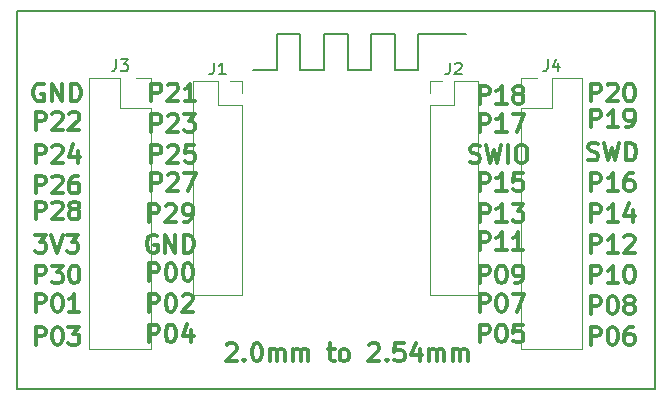
<source format=gbr>
G04 #@! TF.FileFunction,Legend,Top*
%FSLAX46Y46*%
G04 Gerber Fmt 4.6, Leading zero omitted, Abs format (unit mm)*
G04 Created by KiCad (PCBNEW 4.0.6-e0-6349~53~ubuntu16.04.1) date Thu Jun 15 14:39:01 2017*
%MOMM*%
%LPD*%
G01*
G04 APERTURE LIST*
%ADD10C,0.100000*%
%ADD11C,0.150000*%
%ADD12C,0.300000*%
%ADD13C,0.200000*%
%ADD14C,0.120000*%
G04 APERTURE END LIST*
D10*
D11*
X99280000Y-63260000D02*
X153280000Y-63260000D01*
X99280000Y-95260000D02*
X99280000Y-63260000D01*
X153280000Y-95260000D02*
X99280000Y-95260000D01*
X153280000Y-63260000D02*
X153280000Y-95260000D01*
D12*
X117030001Y-91581429D02*
X117101430Y-91510000D01*
X117244287Y-91438571D01*
X117601430Y-91438571D01*
X117744287Y-91510000D01*
X117815716Y-91581429D01*
X117887144Y-91724286D01*
X117887144Y-91867143D01*
X117815716Y-92081429D01*
X116958573Y-92938571D01*
X117887144Y-92938571D01*
X118530001Y-92795714D02*
X118601429Y-92867143D01*
X118530001Y-92938571D01*
X118458572Y-92867143D01*
X118530001Y-92795714D01*
X118530001Y-92938571D01*
X119530001Y-91438571D02*
X119672858Y-91438571D01*
X119815715Y-91510000D01*
X119887144Y-91581429D01*
X119958573Y-91724286D01*
X120030001Y-92010000D01*
X120030001Y-92367143D01*
X119958573Y-92652857D01*
X119887144Y-92795714D01*
X119815715Y-92867143D01*
X119672858Y-92938571D01*
X119530001Y-92938571D01*
X119387144Y-92867143D01*
X119315715Y-92795714D01*
X119244287Y-92652857D01*
X119172858Y-92367143D01*
X119172858Y-92010000D01*
X119244287Y-91724286D01*
X119315715Y-91581429D01*
X119387144Y-91510000D01*
X119530001Y-91438571D01*
X120672858Y-92938571D02*
X120672858Y-91938571D01*
X120672858Y-92081429D02*
X120744286Y-92010000D01*
X120887144Y-91938571D01*
X121101429Y-91938571D01*
X121244286Y-92010000D01*
X121315715Y-92152857D01*
X121315715Y-92938571D01*
X121315715Y-92152857D02*
X121387144Y-92010000D01*
X121530001Y-91938571D01*
X121744286Y-91938571D01*
X121887144Y-92010000D01*
X121958572Y-92152857D01*
X121958572Y-92938571D01*
X122672858Y-92938571D02*
X122672858Y-91938571D01*
X122672858Y-92081429D02*
X122744286Y-92010000D01*
X122887144Y-91938571D01*
X123101429Y-91938571D01*
X123244286Y-92010000D01*
X123315715Y-92152857D01*
X123315715Y-92938571D01*
X123315715Y-92152857D02*
X123387144Y-92010000D01*
X123530001Y-91938571D01*
X123744286Y-91938571D01*
X123887144Y-92010000D01*
X123958572Y-92152857D01*
X123958572Y-92938571D01*
X125601429Y-91938571D02*
X126172858Y-91938571D01*
X125815715Y-91438571D02*
X125815715Y-92724286D01*
X125887143Y-92867143D01*
X126030001Y-92938571D01*
X126172858Y-92938571D01*
X126887144Y-92938571D02*
X126744286Y-92867143D01*
X126672858Y-92795714D01*
X126601429Y-92652857D01*
X126601429Y-92224286D01*
X126672858Y-92081429D01*
X126744286Y-92010000D01*
X126887144Y-91938571D01*
X127101429Y-91938571D01*
X127244286Y-92010000D01*
X127315715Y-92081429D01*
X127387144Y-92224286D01*
X127387144Y-92652857D01*
X127315715Y-92795714D01*
X127244286Y-92867143D01*
X127101429Y-92938571D01*
X126887144Y-92938571D01*
X129101429Y-91581429D02*
X129172858Y-91510000D01*
X129315715Y-91438571D01*
X129672858Y-91438571D01*
X129815715Y-91510000D01*
X129887144Y-91581429D01*
X129958572Y-91724286D01*
X129958572Y-91867143D01*
X129887144Y-92081429D01*
X129030001Y-92938571D01*
X129958572Y-92938571D01*
X130601429Y-92795714D02*
X130672857Y-92867143D01*
X130601429Y-92938571D01*
X130530000Y-92867143D01*
X130601429Y-92795714D01*
X130601429Y-92938571D01*
X132030001Y-91438571D02*
X131315715Y-91438571D01*
X131244286Y-92152857D01*
X131315715Y-92081429D01*
X131458572Y-92010000D01*
X131815715Y-92010000D01*
X131958572Y-92081429D01*
X132030001Y-92152857D01*
X132101429Y-92295714D01*
X132101429Y-92652857D01*
X132030001Y-92795714D01*
X131958572Y-92867143D01*
X131815715Y-92938571D01*
X131458572Y-92938571D01*
X131315715Y-92867143D01*
X131244286Y-92795714D01*
X133387143Y-91938571D02*
X133387143Y-92938571D01*
X133030000Y-91367143D02*
X132672857Y-92438571D01*
X133601429Y-92438571D01*
X134172857Y-92938571D02*
X134172857Y-91938571D01*
X134172857Y-92081429D02*
X134244285Y-92010000D01*
X134387143Y-91938571D01*
X134601428Y-91938571D01*
X134744285Y-92010000D01*
X134815714Y-92152857D01*
X134815714Y-92938571D01*
X134815714Y-92152857D02*
X134887143Y-92010000D01*
X135030000Y-91938571D01*
X135244285Y-91938571D01*
X135387143Y-92010000D01*
X135458571Y-92152857D01*
X135458571Y-92938571D01*
X136172857Y-92938571D02*
X136172857Y-91938571D01*
X136172857Y-92081429D02*
X136244285Y-92010000D01*
X136387143Y-91938571D01*
X136601428Y-91938571D01*
X136744285Y-92010000D01*
X136815714Y-92152857D01*
X136815714Y-92938571D01*
X136815714Y-92152857D02*
X136887143Y-92010000D01*
X137030000Y-91938571D01*
X137244285Y-91938571D01*
X137387143Y-92010000D01*
X137458571Y-92152857D01*
X137458571Y-92938571D01*
D13*
X133280000Y-65260000D02*
X137280000Y-65260000D01*
X133280000Y-68260000D02*
X133280000Y-65260000D01*
X131280000Y-68260000D02*
X133280000Y-68260000D01*
X131280000Y-65260000D02*
X131280000Y-68260000D01*
X129280000Y-65260000D02*
X131280000Y-65260000D01*
X129280000Y-68260000D02*
X129280000Y-65260000D01*
X127280000Y-68260000D02*
X129280000Y-68260000D01*
X127280000Y-65260000D02*
X127280000Y-68260000D01*
X125280000Y-65260000D02*
X127280000Y-65260000D01*
X125280000Y-68260000D02*
X125280000Y-65260000D01*
X123280000Y-68260000D02*
X125280000Y-68260000D01*
X123280000Y-65260000D02*
X123280000Y-68260000D01*
X121280000Y-65260000D02*
X123280000Y-65260000D01*
X121280000Y-68260000D02*
X121280000Y-65260000D01*
X119280000Y-68260000D02*
X121280000Y-68260000D01*
D12*
X147858572Y-91538571D02*
X147858572Y-90038571D01*
X148430000Y-90038571D01*
X148572858Y-90110000D01*
X148644286Y-90181429D01*
X148715715Y-90324286D01*
X148715715Y-90538571D01*
X148644286Y-90681429D01*
X148572858Y-90752857D01*
X148430000Y-90824286D01*
X147858572Y-90824286D01*
X149644286Y-90038571D02*
X149787143Y-90038571D01*
X149930000Y-90110000D01*
X150001429Y-90181429D01*
X150072858Y-90324286D01*
X150144286Y-90610000D01*
X150144286Y-90967143D01*
X150072858Y-91252857D01*
X150001429Y-91395714D01*
X149930000Y-91467143D01*
X149787143Y-91538571D01*
X149644286Y-91538571D01*
X149501429Y-91467143D01*
X149430000Y-91395714D01*
X149358572Y-91252857D01*
X149287143Y-90967143D01*
X149287143Y-90610000D01*
X149358572Y-90324286D01*
X149430000Y-90181429D01*
X149501429Y-90110000D01*
X149644286Y-90038571D01*
X151430000Y-90038571D02*
X151144286Y-90038571D01*
X151001429Y-90110000D01*
X150930000Y-90181429D01*
X150787143Y-90395714D01*
X150715714Y-90681429D01*
X150715714Y-91252857D01*
X150787143Y-91395714D01*
X150858571Y-91467143D01*
X151001429Y-91538571D01*
X151287143Y-91538571D01*
X151430000Y-91467143D01*
X151501429Y-91395714D01*
X151572857Y-91252857D01*
X151572857Y-90895714D01*
X151501429Y-90752857D01*
X151430000Y-90681429D01*
X151287143Y-90610000D01*
X151001429Y-90610000D01*
X150858571Y-90681429D01*
X150787143Y-90752857D01*
X150715714Y-90895714D01*
X147858572Y-88938571D02*
X147858572Y-87438571D01*
X148430000Y-87438571D01*
X148572858Y-87510000D01*
X148644286Y-87581429D01*
X148715715Y-87724286D01*
X148715715Y-87938571D01*
X148644286Y-88081429D01*
X148572858Y-88152857D01*
X148430000Y-88224286D01*
X147858572Y-88224286D01*
X149644286Y-87438571D02*
X149787143Y-87438571D01*
X149930000Y-87510000D01*
X150001429Y-87581429D01*
X150072858Y-87724286D01*
X150144286Y-88010000D01*
X150144286Y-88367143D01*
X150072858Y-88652857D01*
X150001429Y-88795714D01*
X149930000Y-88867143D01*
X149787143Y-88938571D01*
X149644286Y-88938571D01*
X149501429Y-88867143D01*
X149430000Y-88795714D01*
X149358572Y-88652857D01*
X149287143Y-88367143D01*
X149287143Y-88010000D01*
X149358572Y-87724286D01*
X149430000Y-87581429D01*
X149501429Y-87510000D01*
X149644286Y-87438571D01*
X151001429Y-88081429D02*
X150858571Y-88010000D01*
X150787143Y-87938571D01*
X150715714Y-87795714D01*
X150715714Y-87724286D01*
X150787143Y-87581429D01*
X150858571Y-87510000D01*
X151001429Y-87438571D01*
X151287143Y-87438571D01*
X151430000Y-87510000D01*
X151501429Y-87581429D01*
X151572857Y-87724286D01*
X151572857Y-87795714D01*
X151501429Y-87938571D01*
X151430000Y-88010000D01*
X151287143Y-88081429D01*
X151001429Y-88081429D01*
X150858571Y-88152857D01*
X150787143Y-88224286D01*
X150715714Y-88367143D01*
X150715714Y-88652857D01*
X150787143Y-88795714D01*
X150858571Y-88867143D01*
X151001429Y-88938571D01*
X151287143Y-88938571D01*
X151430000Y-88867143D01*
X151501429Y-88795714D01*
X151572857Y-88652857D01*
X151572857Y-88367143D01*
X151501429Y-88224286D01*
X151430000Y-88152857D01*
X151287143Y-88081429D01*
X147858572Y-86338571D02*
X147858572Y-84838571D01*
X148430000Y-84838571D01*
X148572858Y-84910000D01*
X148644286Y-84981429D01*
X148715715Y-85124286D01*
X148715715Y-85338571D01*
X148644286Y-85481429D01*
X148572858Y-85552857D01*
X148430000Y-85624286D01*
X147858572Y-85624286D01*
X150144286Y-86338571D02*
X149287143Y-86338571D01*
X149715715Y-86338571D02*
X149715715Y-84838571D01*
X149572858Y-85052857D01*
X149430000Y-85195714D01*
X149287143Y-85267143D01*
X151072857Y-84838571D02*
X151215714Y-84838571D01*
X151358571Y-84910000D01*
X151430000Y-84981429D01*
X151501429Y-85124286D01*
X151572857Y-85410000D01*
X151572857Y-85767143D01*
X151501429Y-86052857D01*
X151430000Y-86195714D01*
X151358571Y-86267143D01*
X151215714Y-86338571D01*
X151072857Y-86338571D01*
X150930000Y-86267143D01*
X150858571Y-86195714D01*
X150787143Y-86052857D01*
X150715714Y-85767143D01*
X150715714Y-85410000D01*
X150787143Y-85124286D01*
X150858571Y-84981429D01*
X150930000Y-84910000D01*
X151072857Y-84838571D01*
X147858572Y-83738571D02*
X147858572Y-82238571D01*
X148430000Y-82238571D01*
X148572858Y-82310000D01*
X148644286Y-82381429D01*
X148715715Y-82524286D01*
X148715715Y-82738571D01*
X148644286Y-82881429D01*
X148572858Y-82952857D01*
X148430000Y-83024286D01*
X147858572Y-83024286D01*
X150144286Y-83738571D02*
X149287143Y-83738571D01*
X149715715Y-83738571D02*
X149715715Y-82238571D01*
X149572858Y-82452857D01*
X149430000Y-82595714D01*
X149287143Y-82667143D01*
X150715714Y-82381429D02*
X150787143Y-82310000D01*
X150930000Y-82238571D01*
X151287143Y-82238571D01*
X151430000Y-82310000D01*
X151501429Y-82381429D01*
X151572857Y-82524286D01*
X151572857Y-82667143D01*
X151501429Y-82881429D01*
X150644286Y-83738571D01*
X151572857Y-83738571D01*
X147858572Y-81138571D02*
X147858572Y-79638571D01*
X148430000Y-79638571D01*
X148572858Y-79710000D01*
X148644286Y-79781429D01*
X148715715Y-79924286D01*
X148715715Y-80138571D01*
X148644286Y-80281429D01*
X148572858Y-80352857D01*
X148430000Y-80424286D01*
X147858572Y-80424286D01*
X150144286Y-81138571D02*
X149287143Y-81138571D01*
X149715715Y-81138571D02*
X149715715Y-79638571D01*
X149572858Y-79852857D01*
X149430000Y-79995714D01*
X149287143Y-80067143D01*
X151430000Y-80138571D02*
X151430000Y-81138571D01*
X151072857Y-79567143D02*
X150715714Y-80638571D01*
X151644286Y-80638571D01*
X147858572Y-78538571D02*
X147858572Y-77038571D01*
X148430000Y-77038571D01*
X148572858Y-77110000D01*
X148644286Y-77181429D01*
X148715715Y-77324286D01*
X148715715Y-77538571D01*
X148644286Y-77681429D01*
X148572858Y-77752857D01*
X148430000Y-77824286D01*
X147858572Y-77824286D01*
X150144286Y-78538571D02*
X149287143Y-78538571D01*
X149715715Y-78538571D02*
X149715715Y-77038571D01*
X149572858Y-77252857D01*
X149430000Y-77395714D01*
X149287143Y-77467143D01*
X151430000Y-77038571D02*
X151144286Y-77038571D01*
X151001429Y-77110000D01*
X150930000Y-77181429D01*
X150787143Y-77395714D01*
X150715714Y-77681429D01*
X150715714Y-78252857D01*
X150787143Y-78395714D01*
X150858571Y-78467143D01*
X151001429Y-78538571D01*
X151287143Y-78538571D01*
X151430000Y-78467143D01*
X151501429Y-78395714D01*
X151572857Y-78252857D01*
X151572857Y-77895714D01*
X151501429Y-77752857D01*
X151430000Y-77681429D01*
X151287143Y-77610000D01*
X151001429Y-77610000D01*
X150858571Y-77681429D01*
X150787143Y-77752857D01*
X150715714Y-77895714D01*
X147644286Y-75867143D02*
X147858572Y-75938571D01*
X148215715Y-75938571D01*
X148358572Y-75867143D01*
X148430001Y-75795714D01*
X148501429Y-75652857D01*
X148501429Y-75510000D01*
X148430001Y-75367143D01*
X148358572Y-75295714D01*
X148215715Y-75224286D01*
X147930001Y-75152857D01*
X147787143Y-75081429D01*
X147715715Y-75010000D01*
X147644286Y-74867143D01*
X147644286Y-74724286D01*
X147715715Y-74581429D01*
X147787143Y-74510000D01*
X147930001Y-74438571D01*
X148287143Y-74438571D01*
X148501429Y-74510000D01*
X149001429Y-74438571D02*
X149358572Y-75938571D01*
X149644286Y-74867143D01*
X149930000Y-75938571D01*
X150287143Y-74438571D01*
X150858572Y-75938571D02*
X150858572Y-74438571D01*
X151215715Y-74438571D01*
X151430000Y-74510000D01*
X151572858Y-74652857D01*
X151644286Y-74795714D01*
X151715715Y-75081429D01*
X151715715Y-75295714D01*
X151644286Y-75581429D01*
X151572858Y-75724286D01*
X151430000Y-75867143D01*
X151215715Y-75938571D01*
X150858572Y-75938571D01*
X147858572Y-73138571D02*
X147858572Y-71638571D01*
X148430000Y-71638571D01*
X148572858Y-71710000D01*
X148644286Y-71781429D01*
X148715715Y-71924286D01*
X148715715Y-72138571D01*
X148644286Y-72281429D01*
X148572858Y-72352857D01*
X148430000Y-72424286D01*
X147858572Y-72424286D01*
X150144286Y-73138571D02*
X149287143Y-73138571D01*
X149715715Y-73138571D02*
X149715715Y-71638571D01*
X149572858Y-71852857D01*
X149430000Y-71995714D01*
X149287143Y-72067143D01*
X150858571Y-73138571D02*
X151144286Y-73138571D01*
X151287143Y-73067143D01*
X151358571Y-72995714D01*
X151501429Y-72781429D01*
X151572857Y-72495714D01*
X151572857Y-71924286D01*
X151501429Y-71781429D01*
X151430000Y-71710000D01*
X151287143Y-71638571D01*
X151001429Y-71638571D01*
X150858571Y-71710000D01*
X150787143Y-71781429D01*
X150715714Y-71924286D01*
X150715714Y-72281429D01*
X150787143Y-72424286D01*
X150858571Y-72495714D01*
X151001429Y-72567143D01*
X151287143Y-72567143D01*
X151430000Y-72495714D01*
X151501429Y-72424286D01*
X151572857Y-72281429D01*
X147858572Y-70938571D02*
X147858572Y-69438571D01*
X148430000Y-69438571D01*
X148572858Y-69510000D01*
X148644286Y-69581429D01*
X148715715Y-69724286D01*
X148715715Y-69938571D01*
X148644286Y-70081429D01*
X148572858Y-70152857D01*
X148430000Y-70224286D01*
X147858572Y-70224286D01*
X149287143Y-69581429D02*
X149358572Y-69510000D01*
X149501429Y-69438571D01*
X149858572Y-69438571D01*
X150001429Y-69510000D01*
X150072858Y-69581429D01*
X150144286Y-69724286D01*
X150144286Y-69867143D01*
X150072858Y-70081429D01*
X149215715Y-70938571D01*
X150144286Y-70938571D01*
X151072857Y-69438571D02*
X151215714Y-69438571D01*
X151358571Y-69510000D01*
X151430000Y-69581429D01*
X151501429Y-69724286D01*
X151572857Y-70010000D01*
X151572857Y-70367143D01*
X151501429Y-70652857D01*
X151430000Y-70795714D01*
X151358571Y-70867143D01*
X151215714Y-70938571D01*
X151072857Y-70938571D01*
X150930000Y-70867143D01*
X150858571Y-70795714D01*
X150787143Y-70652857D01*
X150715714Y-70367143D01*
X150715714Y-70010000D01*
X150787143Y-69724286D01*
X150858571Y-69581429D01*
X150930000Y-69510000D01*
X151072857Y-69438571D01*
X138458572Y-91338571D02*
X138458572Y-89838571D01*
X139030000Y-89838571D01*
X139172858Y-89910000D01*
X139244286Y-89981429D01*
X139315715Y-90124286D01*
X139315715Y-90338571D01*
X139244286Y-90481429D01*
X139172858Y-90552857D01*
X139030000Y-90624286D01*
X138458572Y-90624286D01*
X140244286Y-89838571D02*
X140387143Y-89838571D01*
X140530000Y-89910000D01*
X140601429Y-89981429D01*
X140672858Y-90124286D01*
X140744286Y-90410000D01*
X140744286Y-90767143D01*
X140672858Y-91052857D01*
X140601429Y-91195714D01*
X140530000Y-91267143D01*
X140387143Y-91338571D01*
X140244286Y-91338571D01*
X140101429Y-91267143D01*
X140030000Y-91195714D01*
X139958572Y-91052857D01*
X139887143Y-90767143D01*
X139887143Y-90410000D01*
X139958572Y-90124286D01*
X140030000Y-89981429D01*
X140101429Y-89910000D01*
X140244286Y-89838571D01*
X142101429Y-89838571D02*
X141387143Y-89838571D01*
X141315714Y-90552857D01*
X141387143Y-90481429D01*
X141530000Y-90410000D01*
X141887143Y-90410000D01*
X142030000Y-90481429D01*
X142101429Y-90552857D01*
X142172857Y-90695714D01*
X142172857Y-91052857D01*
X142101429Y-91195714D01*
X142030000Y-91267143D01*
X141887143Y-91338571D01*
X141530000Y-91338571D01*
X141387143Y-91267143D01*
X141315714Y-91195714D01*
X138458572Y-88738571D02*
X138458572Y-87238571D01*
X139030000Y-87238571D01*
X139172858Y-87310000D01*
X139244286Y-87381429D01*
X139315715Y-87524286D01*
X139315715Y-87738571D01*
X139244286Y-87881429D01*
X139172858Y-87952857D01*
X139030000Y-88024286D01*
X138458572Y-88024286D01*
X140244286Y-87238571D02*
X140387143Y-87238571D01*
X140530000Y-87310000D01*
X140601429Y-87381429D01*
X140672858Y-87524286D01*
X140744286Y-87810000D01*
X140744286Y-88167143D01*
X140672858Y-88452857D01*
X140601429Y-88595714D01*
X140530000Y-88667143D01*
X140387143Y-88738571D01*
X140244286Y-88738571D01*
X140101429Y-88667143D01*
X140030000Y-88595714D01*
X139958572Y-88452857D01*
X139887143Y-88167143D01*
X139887143Y-87810000D01*
X139958572Y-87524286D01*
X140030000Y-87381429D01*
X140101429Y-87310000D01*
X140244286Y-87238571D01*
X141244286Y-87238571D02*
X142244286Y-87238571D01*
X141601429Y-88738571D01*
X138458572Y-86338571D02*
X138458572Y-84838571D01*
X139030000Y-84838571D01*
X139172858Y-84910000D01*
X139244286Y-84981429D01*
X139315715Y-85124286D01*
X139315715Y-85338571D01*
X139244286Y-85481429D01*
X139172858Y-85552857D01*
X139030000Y-85624286D01*
X138458572Y-85624286D01*
X140244286Y-84838571D02*
X140387143Y-84838571D01*
X140530000Y-84910000D01*
X140601429Y-84981429D01*
X140672858Y-85124286D01*
X140744286Y-85410000D01*
X140744286Y-85767143D01*
X140672858Y-86052857D01*
X140601429Y-86195714D01*
X140530000Y-86267143D01*
X140387143Y-86338571D01*
X140244286Y-86338571D01*
X140101429Y-86267143D01*
X140030000Y-86195714D01*
X139958572Y-86052857D01*
X139887143Y-85767143D01*
X139887143Y-85410000D01*
X139958572Y-85124286D01*
X140030000Y-84981429D01*
X140101429Y-84910000D01*
X140244286Y-84838571D01*
X141458571Y-86338571D02*
X141744286Y-86338571D01*
X141887143Y-86267143D01*
X141958571Y-86195714D01*
X142101429Y-85981429D01*
X142172857Y-85695714D01*
X142172857Y-85124286D01*
X142101429Y-84981429D01*
X142030000Y-84910000D01*
X141887143Y-84838571D01*
X141601429Y-84838571D01*
X141458571Y-84910000D01*
X141387143Y-84981429D01*
X141315714Y-85124286D01*
X141315714Y-85481429D01*
X141387143Y-85624286D01*
X141458571Y-85695714D01*
X141601429Y-85767143D01*
X141887143Y-85767143D01*
X142030000Y-85695714D01*
X142101429Y-85624286D01*
X142172857Y-85481429D01*
X138458572Y-83538571D02*
X138458572Y-82038571D01*
X139030000Y-82038571D01*
X139172858Y-82110000D01*
X139244286Y-82181429D01*
X139315715Y-82324286D01*
X139315715Y-82538571D01*
X139244286Y-82681429D01*
X139172858Y-82752857D01*
X139030000Y-82824286D01*
X138458572Y-82824286D01*
X140744286Y-83538571D02*
X139887143Y-83538571D01*
X140315715Y-83538571D02*
X140315715Y-82038571D01*
X140172858Y-82252857D01*
X140030000Y-82395714D01*
X139887143Y-82467143D01*
X142172857Y-83538571D02*
X141315714Y-83538571D01*
X141744286Y-83538571D02*
X141744286Y-82038571D01*
X141601429Y-82252857D01*
X141458571Y-82395714D01*
X141315714Y-82467143D01*
X138458572Y-81138571D02*
X138458572Y-79638571D01*
X139030000Y-79638571D01*
X139172858Y-79710000D01*
X139244286Y-79781429D01*
X139315715Y-79924286D01*
X139315715Y-80138571D01*
X139244286Y-80281429D01*
X139172858Y-80352857D01*
X139030000Y-80424286D01*
X138458572Y-80424286D01*
X140744286Y-81138571D02*
X139887143Y-81138571D01*
X140315715Y-81138571D02*
X140315715Y-79638571D01*
X140172858Y-79852857D01*
X140030000Y-79995714D01*
X139887143Y-80067143D01*
X141244286Y-79638571D02*
X142172857Y-79638571D01*
X141672857Y-80210000D01*
X141887143Y-80210000D01*
X142030000Y-80281429D01*
X142101429Y-80352857D01*
X142172857Y-80495714D01*
X142172857Y-80852857D01*
X142101429Y-80995714D01*
X142030000Y-81067143D01*
X141887143Y-81138571D01*
X141458571Y-81138571D01*
X141315714Y-81067143D01*
X141244286Y-80995714D01*
X138458572Y-78538571D02*
X138458572Y-77038571D01*
X139030000Y-77038571D01*
X139172858Y-77110000D01*
X139244286Y-77181429D01*
X139315715Y-77324286D01*
X139315715Y-77538571D01*
X139244286Y-77681429D01*
X139172858Y-77752857D01*
X139030000Y-77824286D01*
X138458572Y-77824286D01*
X140744286Y-78538571D02*
X139887143Y-78538571D01*
X140315715Y-78538571D02*
X140315715Y-77038571D01*
X140172858Y-77252857D01*
X140030000Y-77395714D01*
X139887143Y-77467143D01*
X142101429Y-77038571D02*
X141387143Y-77038571D01*
X141315714Y-77752857D01*
X141387143Y-77681429D01*
X141530000Y-77610000D01*
X141887143Y-77610000D01*
X142030000Y-77681429D01*
X142101429Y-77752857D01*
X142172857Y-77895714D01*
X142172857Y-78252857D01*
X142101429Y-78395714D01*
X142030000Y-78467143D01*
X141887143Y-78538571D01*
X141530000Y-78538571D01*
X141387143Y-78467143D01*
X141315714Y-78395714D01*
X137651428Y-76067143D02*
X137865714Y-76138571D01*
X138222857Y-76138571D01*
X138365714Y-76067143D01*
X138437143Y-75995714D01*
X138508571Y-75852857D01*
X138508571Y-75710000D01*
X138437143Y-75567143D01*
X138365714Y-75495714D01*
X138222857Y-75424286D01*
X137937143Y-75352857D01*
X137794285Y-75281429D01*
X137722857Y-75210000D01*
X137651428Y-75067143D01*
X137651428Y-74924286D01*
X137722857Y-74781429D01*
X137794285Y-74710000D01*
X137937143Y-74638571D01*
X138294285Y-74638571D01*
X138508571Y-74710000D01*
X139008571Y-74638571D02*
X139365714Y-76138571D01*
X139651428Y-75067143D01*
X139937142Y-76138571D01*
X140294285Y-74638571D01*
X140865714Y-76138571D02*
X140865714Y-74638571D01*
X141865714Y-74638571D02*
X142151428Y-74638571D01*
X142294286Y-74710000D01*
X142437143Y-74852857D01*
X142508571Y-75138571D01*
X142508571Y-75638571D01*
X142437143Y-75924286D01*
X142294286Y-76067143D01*
X142151428Y-76138571D01*
X141865714Y-76138571D01*
X141722857Y-76067143D01*
X141580000Y-75924286D01*
X141508571Y-75638571D01*
X141508571Y-75138571D01*
X141580000Y-74852857D01*
X141722857Y-74710000D01*
X141865714Y-74638571D01*
X138458572Y-73538571D02*
X138458572Y-72038571D01*
X139030000Y-72038571D01*
X139172858Y-72110000D01*
X139244286Y-72181429D01*
X139315715Y-72324286D01*
X139315715Y-72538571D01*
X139244286Y-72681429D01*
X139172858Y-72752857D01*
X139030000Y-72824286D01*
X138458572Y-72824286D01*
X140744286Y-73538571D02*
X139887143Y-73538571D01*
X140315715Y-73538571D02*
X140315715Y-72038571D01*
X140172858Y-72252857D01*
X140030000Y-72395714D01*
X139887143Y-72467143D01*
X141244286Y-72038571D02*
X142244286Y-72038571D01*
X141601429Y-73538571D01*
X138458572Y-71138571D02*
X138458572Y-69638571D01*
X139030000Y-69638571D01*
X139172858Y-69710000D01*
X139244286Y-69781429D01*
X139315715Y-69924286D01*
X139315715Y-70138571D01*
X139244286Y-70281429D01*
X139172858Y-70352857D01*
X139030000Y-70424286D01*
X138458572Y-70424286D01*
X140744286Y-71138571D02*
X139887143Y-71138571D01*
X140315715Y-71138571D02*
X140315715Y-69638571D01*
X140172858Y-69852857D01*
X140030000Y-69995714D01*
X139887143Y-70067143D01*
X141601429Y-70281429D02*
X141458571Y-70210000D01*
X141387143Y-70138571D01*
X141315714Y-69995714D01*
X141315714Y-69924286D01*
X141387143Y-69781429D01*
X141458571Y-69710000D01*
X141601429Y-69638571D01*
X141887143Y-69638571D01*
X142030000Y-69710000D01*
X142101429Y-69781429D01*
X142172857Y-69924286D01*
X142172857Y-69995714D01*
X142101429Y-70138571D01*
X142030000Y-70210000D01*
X141887143Y-70281429D01*
X141601429Y-70281429D01*
X141458571Y-70352857D01*
X141387143Y-70424286D01*
X141315714Y-70567143D01*
X141315714Y-70852857D01*
X141387143Y-70995714D01*
X141458571Y-71067143D01*
X141601429Y-71138571D01*
X141887143Y-71138571D01*
X142030000Y-71067143D01*
X142101429Y-70995714D01*
X142172857Y-70852857D01*
X142172857Y-70567143D01*
X142101429Y-70424286D01*
X142030000Y-70352857D01*
X141887143Y-70281429D01*
X110458572Y-91338571D02*
X110458572Y-89838571D01*
X111030000Y-89838571D01*
X111172858Y-89910000D01*
X111244286Y-89981429D01*
X111315715Y-90124286D01*
X111315715Y-90338571D01*
X111244286Y-90481429D01*
X111172858Y-90552857D01*
X111030000Y-90624286D01*
X110458572Y-90624286D01*
X112244286Y-89838571D02*
X112387143Y-89838571D01*
X112530000Y-89910000D01*
X112601429Y-89981429D01*
X112672858Y-90124286D01*
X112744286Y-90410000D01*
X112744286Y-90767143D01*
X112672858Y-91052857D01*
X112601429Y-91195714D01*
X112530000Y-91267143D01*
X112387143Y-91338571D01*
X112244286Y-91338571D01*
X112101429Y-91267143D01*
X112030000Y-91195714D01*
X111958572Y-91052857D01*
X111887143Y-90767143D01*
X111887143Y-90410000D01*
X111958572Y-90124286D01*
X112030000Y-89981429D01*
X112101429Y-89910000D01*
X112244286Y-89838571D01*
X114030000Y-90338571D02*
X114030000Y-91338571D01*
X113672857Y-89767143D02*
X113315714Y-90838571D01*
X114244286Y-90838571D01*
X110458572Y-88738571D02*
X110458572Y-87238571D01*
X111030000Y-87238571D01*
X111172858Y-87310000D01*
X111244286Y-87381429D01*
X111315715Y-87524286D01*
X111315715Y-87738571D01*
X111244286Y-87881429D01*
X111172858Y-87952857D01*
X111030000Y-88024286D01*
X110458572Y-88024286D01*
X112244286Y-87238571D02*
X112387143Y-87238571D01*
X112530000Y-87310000D01*
X112601429Y-87381429D01*
X112672858Y-87524286D01*
X112744286Y-87810000D01*
X112744286Y-88167143D01*
X112672858Y-88452857D01*
X112601429Y-88595714D01*
X112530000Y-88667143D01*
X112387143Y-88738571D01*
X112244286Y-88738571D01*
X112101429Y-88667143D01*
X112030000Y-88595714D01*
X111958572Y-88452857D01*
X111887143Y-88167143D01*
X111887143Y-87810000D01*
X111958572Y-87524286D01*
X112030000Y-87381429D01*
X112101429Y-87310000D01*
X112244286Y-87238571D01*
X113315714Y-87381429D02*
X113387143Y-87310000D01*
X113530000Y-87238571D01*
X113887143Y-87238571D01*
X114030000Y-87310000D01*
X114101429Y-87381429D01*
X114172857Y-87524286D01*
X114172857Y-87667143D01*
X114101429Y-87881429D01*
X113244286Y-88738571D01*
X114172857Y-88738571D01*
X110458572Y-86138571D02*
X110458572Y-84638571D01*
X111030000Y-84638571D01*
X111172858Y-84710000D01*
X111244286Y-84781429D01*
X111315715Y-84924286D01*
X111315715Y-85138571D01*
X111244286Y-85281429D01*
X111172858Y-85352857D01*
X111030000Y-85424286D01*
X110458572Y-85424286D01*
X112244286Y-84638571D02*
X112387143Y-84638571D01*
X112530000Y-84710000D01*
X112601429Y-84781429D01*
X112672858Y-84924286D01*
X112744286Y-85210000D01*
X112744286Y-85567143D01*
X112672858Y-85852857D01*
X112601429Y-85995714D01*
X112530000Y-86067143D01*
X112387143Y-86138571D01*
X112244286Y-86138571D01*
X112101429Y-86067143D01*
X112030000Y-85995714D01*
X111958572Y-85852857D01*
X111887143Y-85567143D01*
X111887143Y-85210000D01*
X111958572Y-84924286D01*
X112030000Y-84781429D01*
X112101429Y-84710000D01*
X112244286Y-84638571D01*
X113672857Y-84638571D02*
X113815714Y-84638571D01*
X113958571Y-84710000D01*
X114030000Y-84781429D01*
X114101429Y-84924286D01*
X114172857Y-85210000D01*
X114172857Y-85567143D01*
X114101429Y-85852857D01*
X114030000Y-85995714D01*
X113958571Y-86067143D01*
X113815714Y-86138571D01*
X113672857Y-86138571D01*
X113530000Y-86067143D01*
X113458571Y-85995714D01*
X113387143Y-85852857D01*
X113315714Y-85567143D01*
X113315714Y-85210000D01*
X113387143Y-84924286D01*
X113458571Y-84781429D01*
X113530000Y-84710000D01*
X113672857Y-84638571D01*
X111137143Y-82310000D02*
X110994286Y-82238571D01*
X110780000Y-82238571D01*
X110565715Y-82310000D01*
X110422857Y-82452857D01*
X110351429Y-82595714D01*
X110280000Y-82881429D01*
X110280000Y-83095714D01*
X110351429Y-83381429D01*
X110422857Y-83524286D01*
X110565715Y-83667143D01*
X110780000Y-83738571D01*
X110922857Y-83738571D01*
X111137143Y-83667143D01*
X111208572Y-83595714D01*
X111208572Y-83095714D01*
X110922857Y-83095714D01*
X111851429Y-83738571D02*
X111851429Y-82238571D01*
X112708572Y-83738571D01*
X112708572Y-82238571D01*
X113422858Y-83738571D02*
X113422858Y-82238571D01*
X113780001Y-82238571D01*
X113994286Y-82310000D01*
X114137144Y-82452857D01*
X114208572Y-82595714D01*
X114280001Y-82881429D01*
X114280001Y-83095714D01*
X114208572Y-83381429D01*
X114137144Y-83524286D01*
X113994286Y-83667143D01*
X113780001Y-83738571D01*
X113422858Y-83738571D01*
X110458572Y-81138571D02*
X110458572Y-79638571D01*
X111030000Y-79638571D01*
X111172858Y-79710000D01*
X111244286Y-79781429D01*
X111315715Y-79924286D01*
X111315715Y-80138571D01*
X111244286Y-80281429D01*
X111172858Y-80352857D01*
X111030000Y-80424286D01*
X110458572Y-80424286D01*
X111887143Y-79781429D02*
X111958572Y-79710000D01*
X112101429Y-79638571D01*
X112458572Y-79638571D01*
X112601429Y-79710000D01*
X112672858Y-79781429D01*
X112744286Y-79924286D01*
X112744286Y-80067143D01*
X112672858Y-80281429D01*
X111815715Y-81138571D01*
X112744286Y-81138571D01*
X113458571Y-81138571D02*
X113744286Y-81138571D01*
X113887143Y-81067143D01*
X113958571Y-80995714D01*
X114101429Y-80781429D01*
X114172857Y-80495714D01*
X114172857Y-79924286D01*
X114101429Y-79781429D01*
X114030000Y-79710000D01*
X113887143Y-79638571D01*
X113601429Y-79638571D01*
X113458571Y-79710000D01*
X113387143Y-79781429D01*
X113315714Y-79924286D01*
X113315714Y-80281429D01*
X113387143Y-80424286D01*
X113458571Y-80495714D01*
X113601429Y-80567143D01*
X113887143Y-80567143D01*
X114030000Y-80495714D01*
X114101429Y-80424286D01*
X114172857Y-80281429D01*
X110658572Y-78538571D02*
X110658572Y-77038571D01*
X111230000Y-77038571D01*
X111372858Y-77110000D01*
X111444286Y-77181429D01*
X111515715Y-77324286D01*
X111515715Y-77538571D01*
X111444286Y-77681429D01*
X111372858Y-77752857D01*
X111230000Y-77824286D01*
X110658572Y-77824286D01*
X112087143Y-77181429D02*
X112158572Y-77110000D01*
X112301429Y-77038571D01*
X112658572Y-77038571D01*
X112801429Y-77110000D01*
X112872858Y-77181429D01*
X112944286Y-77324286D01*
X112944286Y-77467143D01*
X112872858Y-77681429D01*
X112015715Y-78538571D01*
X112944286Y-78538571D01*
X113444286Y-77038571D02*
X114444286Y-77038571D01*
X113801429Y-78538571D01*
X110658572Y-76138571D02*
X110658572Y-74638571D01*
X111230000Y-74638571D01*
X111372858Y-74710000D01*
X111444286Y-74781429D01*
X111515715Y-74924286D01*
X111515715Y-75138571D01*
X111444286Y-75281429D01*
X111372858Y-75352857D01*
X111230000Y-75424286D01*
X110658572Y-75424286D01*
X112087143Y-74781429D02*
X112158572Y-74710000D01*
X112301429Y-74638571D01*
X112658572Y-74638571D01*
X112801429Y-74710000D01*
X112872858Y-74781429D01*
X112944286Y-74924286D01*
X112944286Y-75067143D01*
X112872858Y-75281429D01*
X112015715Y-76138571D01*
X112944286Y-76138571D01*
X114301429Y-74638571D02*
X113587143Y-74638571D01*
X113515714Y-75352857D01*
X113587143Y-75281429D01*
X113730000Y-75210000D01*
X114087143Y-75210000D01*
X114230000Y-75281429D01*
X114301429Y-75352857D01*
X114372857Y-75495714D01*
X114372857Y-75852857D01*
X114301429Y-75995714D01*
X114230000Y-76067143D01*
X114087143Y-76138571D01*
X113730000Y-76138571D01*
X113587143Y-76067143D01*
X113515714Y-75995714D01*
X110658572Y-73538571D02*
X110658572Y-72038571D01*
X111230000Y-72038571D01*
X111372858Y-72110000D01*
X111444286Y-72181429D01*
X111515715Y-72324286D01*
X111515715Y-72538571D01*
X111444286Y-72681429D01*
X111372858Y-72752857D01*
X111230000Y-72824286D01*
X110658572Y-72824286D01*
X112087143Y-72181429D02*
X112158572Y-72110000D01*
X112301429Y-72038571D01*
X112658572Y-72038571D01*
X112801429Y-72110000D01*
X112872858Y-72181429D01*
X112944286Y-72324286D01*
X112944286Y-72467143D01*
X112872858Y-72681429D01*
X112015715Y-73538571D01*
X112944286Y-73538571D01*
X113444286Y-72038571D02*
X114372857Y-72038571D01*
X113872857Y-72610000D01*
X114087143Y-72610000D01*
X114230000Y-72681429D01*
X114301429Y-72752857D01*
X114372857Y-72895714D01*
X114372857Y-73252857D01*
X114301429Y-73395714D01*
X114230000Y-73467143D01*
X114087143Y-73538571D01*
X113658571Y-73538571D01*
X113515714Y-73467143D01*
X113444286Y-73395714D01*
X110658572Y-70938571D02*
X110658572Y-69438571D01*
X111230000Y-69438571D01*
X111372858Y-69510000D01*
X111444286Y-69581429D01*
X111515715Y-69724286D01*
X111515715Y-69938571D01*
X111444286Y-70081429D01*
X111372858Y-70152857D01*
X111230000Y-70224286D01*
X110658572Y-70224286D01*
X112087143Y-69581429D02*
X112158572Y-69510000D01*
X112301429Y-69438571D01*
X112658572Y-69438571D01*
X112801429Y-69510000D01*
X112872858Y-69581429D01*
X112944286Y-69724286D01*
X112944286Y-69867143D01*
X112872858Y-70081429D01*
X112015715Y-70938571D01*
X112944286Y-70938571D01*
X114372857Y-70938571D02*
X113515714Y-70938571D01*
X113944286Y-70938571D02*
X113944286Y-69438571D01*
X113801429Y-69652857D01*
X113658571Y-69795714D01*
X113515714Y-69867143D01*
X100858572Y-91538571D02*
X100858572Y-90038571D01*
X101430000Y-90038571D01*
X101572858Y-90110000D01*
X101644286Y-90181429D01*
X101715715Y-90324286D01*
X101715715Y-90538571D01*
X101644286Y-90681429D01*
X101572858Y-90752857D01*
X101430000Y-90824286D01*
X100858572Y-90824286D01*
X102644286Y-90038571D02*
X102787143Y-90038571D01*
X102930000Y-90110000D01*
X103001429Y-90181429D01*
X103072858Y-90324286D01*
X103144286Y-90610000D01*
X103144286Y-90967143D01*
X103072858Y-91252857D01*
X103001429Y-91395714D01*
X102930000Y-91467143D01*
X102787143Y-91538571D01*
X102644286Y-91538571D01*
X102501429Y-91467143D01*
X102430000Y-91395714D01*
X102358572Y-91252857D01*
X102287143Y-90967143D01*
X102287143Y-90610000D01*
X102358572Y-90324286D01*
X102430000Y-90181429D01*
X102501429Y-90110000D01*
X102644286Y-90038571D01*
X103644286Y-90038571D02*
X104572857Y-90038571D01*
X104072857Y-90610000D01*
X104287143Y-90610000D01*
X104430000Y-90681429D01*
X104501429Y-90752857D01*
X104572857Y-90895714D01*
X104572857Y-91252857D01*
X104501429Y-91395714D01*
X104430000Y-91467143D01*
X104287143Y-91538571D01*
X103858571Y-91538571D01*
X103715714Y-91467143D01*
X103644286Y-91395714D01*
X100858572Y-88738571D02*
X100858572Y-87238571D01*
X101430000Y-87238571D01*
X101572858Y-87310000D01*
X101644286Y-87381429D01*
X101715715Y-87524286D01*
X101715715Y-87738571D01*
X101644286Y-87881429D01*
X101572858Y-87952857D01*
X101430000Y-88024286D01*
X100858572Y-88024286D01*
X102644286Y-87238571D02*
X102787143Y-87238571D01*
X102930000Y-87310000D01*
X103001429Y-87381429D01*
X103072858Y-87524286D01*
X103144286Y-87810000D01*
X103144286Y-88167143D01*
X103072858Y-88452857D01*
X103001429Y-88595714D01*
X102930000Y-88667143D01*
X102787143Y-88738571D01*
X102644286Y-88738571D01*
X102501429Y-88667143D01*
X102430000Y-88595714D01*
X102358572Y-88452857D01*
X102287143Y-88167143D01*
X102287143Y-87810000D01*
X102358572Y-87524286D01*
X102430000Y-87381429D01*
X102501429Y-87310000D01*
X102644286Y-87238571D01*
X104572857Y-88738571D02*
X103715714Y-88738571D01*
X104144286Y-88738571D02*
X104144286Y-87238571D01*
X104001429Y-87452857D01*
X103858571Y-87595714D01*
X103715714Y-87667143D01*
X100858572Y-86338571D02*
X100858572Y-84838571D01*
X101430000Y-84838571D01*
X101572858Y-84910000D01*
X101644286Y-84981429D01*
X101715715Y-85124286D01*
X101715715Y-85338571D01*
X101644286Y-85481429D01*
X101572858Y-85552857D01*
X101430000Y-85624286D01*
X100858572Y-85624286D01*
X102215715Y-84838571D02*
X103144286Y-84838571D01*
X102644286Y-85410000D01*
X102858572Y-85410000D01*
X103001429Y-85481429D01*
X103072858Y-85552857D01*
X103144286Y-85695714D01*
X103144286Y-86052857D01*
X103072858Y-86195714D01*
X103001429Y-86267143D01*
X102858572Y-86338571D01*
X102430000Y-86338571D01*
X102287143Y-86267143D01*
X102215715Y-86195714D01*
X104072857Y-84838571D02*
X104215714Y-84838571D01*
X104358571Y-84910000D01*
X104430000Y-84981429D01*
X104501429Y-85124286D01*
X104572857Y-85410000D01*
X104572857Y-85767143D01*
X104501429Y-86052857D01*
X104430000Y-86195714D01*
X104358571Y-86267143D01*
X104215714Y-86338571D01*
X104072857Y-86338571D01*
X103930000Y-86267143D01*
X103858571Y-86195714D01*
X103787143Y-86052857D01*
X103715714Y-85767143D01*
X103715714Y-85410000D01*
X103787143Y-85124286D01*
X103858571Y-84981429D01*
X103930000Y-84910000D01*
X104072857Y-84838571D01*
X100822858Y-82238571D02*
X101751429Y-82238571D01*
X101251429Y-82810000D01*
X101465715Y-82810000D01*
X101608572Y-82881429D01*
X101680001Y-82952857D01*
X101751429Y-83095714D01*
X101751429Y-83452857D01*
X101680001Y-83595714D01*
X101608572Y-83667143D01*
X101465715Y-83738571D01*
X101037143Y-83738571D01*
X100894286Y-83667143D01*
X100822858Y-83595714D01*
X102180000Y-82238571D02*
X102680000Y-83738571D01*
X103180000Y-82238571D01*
X103537143Y-82238571D02*
X104465714Y-82238571D01*
X103965714Y-82810000D01*
X104180000Y-82810000D01*
X104322857Y-82881429D01*
X104394286Y-82952857D01*
X104465714Y-83095714D01*
X104465714Y-83452857D01*
X104394286Y-83595714D01*
X104322857Y-83667143D01*
X104180000Y-83738571D01*
X103751428Y-83738571D01*
X103608571Y-83667143D01*
X103537143Y-83595714D01*
X100858572Y-80938571D02*
X100858572Y-79438571D01*
X101430000Y-79438571D01*
X101572858Y-79510000D01*
X101644286Y-79581429D01*
X101715715Y-79724286D01*
X101715715Y-79938571D01*
X101644286Y-80081429D01*
X101572858Y-80152857D01*
X101430000Y-80224286D01*
X100858572Y-80224286D01*
X102287143Y-79581429D02*
X102358572Y-79510000D01*
X102501429Y-79438571D01*
X102858572Y-79438571D01*
X103001429Y-79510000D01*
X103072858Y-79581429D01*
X103144286Y-79724286D01*
X103144286Y-79867143D01*
X103072858Y-80081429D01*
X102215715Y-80938571D01*
X103144286Y-80938571D01*
X104001429Y-80081429D02*
X103858571Y-80010000D01*
X103787143Y-79938571D01*
X103715714Y-79795714D01*
X103715714Y-79724286D01*
X103787143Y-79581429D01*
X103858571Y-79510000D01*
X104001429Y-79438571D01*
X104287143Y-79438571D01*
X104430000Y-79510000D01*
X104501429Y-79581429D01*
X104572857Y-79724286D01*
X104572857Y-79795714D01*
X104501429Y-79938571D01*
X104430000Y-80010000D01*
X104287143Y-80081429D01*
X104001429Y-80081429D01*
X103858571Y-80152857D01*
X103787143Y-80224286D01*
X103715714Y-80367143D01*
X103715714Y-80652857D01*
X103787143Y-80795714D01*
X103858571Y-80867143D01*
X104001429Y-80938571D01*
X104287143Y-80938571D01*
X104430000Y-80867143D01*
X104501429Y-80795714D01*
X104572857Y-80652857D01*
X104572857Y-80367143D01*
X104501429Y-80224286D01*
X104430000Y-80152857D01*
X104287143Y-80081429D01*
X100858572Y-78738571D02*
X100858572Y-77238571D01*
X101430000Y-77238571D01*
X101572858Y-77310000D01*
X101644286Y-77381429D01*
X101715715Y-77524286D01*
X101715715Y-77738571D01*
X101644286Y-77881429D01*
X101572858Y-77952857D01*
X101430000Y-78024286D01*
X100858572Y-78024286D01*
X102287143Y-77381429D02*
X102358572Y-77310000D01*
X102501429Y-77238571D01*
X102858572Y-77238571D01*
X103001429Y-77310000D01*
X103072858Y-77381429D01*
X103144286Y-77524286D01*
X103144286Y-77667143D01*
X103072858Y-77881429D01*
X102215715Y-78738571D01*
X103144286Y-78738571D01*
X104430000Y-77238571D02*
X104144286Y-77238571D01*
X104001429Y-77310000D01*
X103930000Y-77381429D01*
X103787143Y-77595714D01*
X103715714Y-77881429D01*
X103715714Y-78452857D01*
X103787143Y-78595714D01*
X103858571Y-78667143D01*
X104001429Y-78738571D01*
X104287143Y-78738571D01*
X104430000Y-78667143D01*
X104501429Y-78595714D01*
X104572857Y-78452857D01*
X104572857Y-78095714D01*
X104501429Y-77952857D01*
X104430000Y-77881429D01*
X104287143Y-77810000D01*
X104001429Y-77810000D01*
X103858571Y-77881429D01*
X103787143Y-77952857D01*
X103715714Y-78095714D01*
X100858572Y-76138571D02*
X100858572Y-74638571D01*
X101430000Y-74638571D01*
X101572858Y-74710000D01*
X101644286Y-74781429D01*
X101715715Y-74924286D01*
X101715715Y-75138571D01*
X101644286Y-75281429D01*
X101572858Y-75352857D01*
X101430000Y-75424286D01*
X100858572Y-75424286D01*
X102287143Y-74781429D02*
X102358572Y-74710000D01*
X102501429Y-74638571D01*
X102858572Y-74638571D01*
X103001429Y-74710000D01*
X103072858Y-74781429D01*
X103144286Y-74924286D01*
X103144286Y-75067143D01*
X103072858Y-75281429D01*
X102215715Y-76138571D01*
X103144286Y-76138571D01*
X104430000Y-75138571D02*
X104430000Y-76138571D01*
X104072857Y-74567143D02*
X103715714Y-75638571D01*
X104644286Y-75638571D01*
X100858572Y-73338571D02*
X100858572Y-71838571D01*
X101430000Y-71838571D01*
X101572858Y-71910000D01*
X101644286Y-71981429D01*
X101715715Y-72124286D01*
X101715715Y-72338571D01*
X101644286Y-72481429D01*
X101572858Y-72552857D01*
X101430000Y-72624286D01*
X100858572Y-72624286D01*
X102287143Y-71981429D02*
X102358572Y-71910000D01*
X102501429Y-71838571D01*
X102858572Y-71838571D01*
X103001429Y-71910000D01*
X103072858Y-71981429D01*
X103144286Y-72124286D01*
X103144286Y-72267143D01*
X103072858Y-72481429D01*
X102215715Y-73338571D01*
X103144286Y-73338571D01*
X103715714Y-71981429D02*
X103787143Y-71910000D01*
X103930000Y-71838571D01*
X104287143Y-71838571D01*
X104430000Y-71910000D01*
X104501429Y-71981429D01*
X104572857Y-72124286D01*
X104572857Y-72267143D01*
X104501429Y-72481429D01*
X103644286Y-73338571D01*
X104572857Y-73338571D01*
X101537143Y-69510000D02*
X101394286Y-69438571D01*
X101180000Y-69438571D01*
X100965715Y-69510000D01*
X100822857Y-69652857D01*
X100751429Y-69795714D01*
X100680000Y-70081429D01*
X100680000Y-70295714D01*
X100751429Y-70581429D01*
X100822857Y-70724286D01*
X100965715Y-70867143D01*
X101180000Y-70938571D01*
X101322857Y-70938571D01*
X101537143Y-70867143D01*
X101608572Y-70795714D01*
X101608572Y-70295714D01*
X101322857Y-70295714D01*
X102251429Y-70938571D02*
X102251429Y-69438571D01*
X103108572Y-70938571D01*
X103108572Y-69438571D01*
X103822858Y-70938571D02*
X103822858Y-69438571D01*
X104180001Y-69438571D01*
X104394286Y-69510000D01*
X104537144Y-69652857D01*
X104608572Y-69795714D01*
X104680001Y-70081429D01*
X104680001Y-70295714D01*
X104608572Y-70581429D01*
X104537144Y-70724286D01*
X104394286Y-70867143D01*
X104180001Y-70938571D01*
X103822858Y-70938571D01*
D14*
X118340000Y-71260000D02*
X118340000Y-87320000D01*
X118340000Y-87320000D02*
X114220000Y-87320000D01*
X114220000Y-87320000D02*
X114220000Y-69200000D01*
X114220000Y-69200000D02*
X116280000Y-69200000D01*
X116280000Y-69200000D02*
X116280000Y-71260000D01*
X116280000Y-71260000D02*
X118340000Y-71260000D01*
X118340000Y-70260000D02*
X118340000Y-69200000D01*
X118340000Y-69200000D02*
X117340000Y-69200000D01*
X134220000Y-71260000D02*
X134220000Y-87320000D01*
X134220000Y-87320000D02*
X138340000Y-87320000D01*
X138340000Y-87320000D02*
X138340000Y-69200000D01*
X138340000Y-69200000D02*
X136280000Y-69200000D01*
X136280000Y-69200000D02*
X136280000Y-71260000D01*
X136280000Y-71260000D02*
X134220000Y-71260000D01*
X134220000Y-70260000D02*
X134220000Y-69200000D01*
X134220000Y-69200000D02*
X135280000Y-69200000D01*
X110610000Y-71530000D02*
X110610000Y-91910000D01*
X110610000Y-91910000D02*
X105410000Y-91910000D01*
X105410000Y-91910000D02*
X105410000Y-68930000D01*
X105410000Y-68930000D02*
X108010000Y-68930000D01*
X108010000Y-68930000D02*
X108010000Y-71530000D01*
X108010000Y-71530000D02*
X110610000Y-71530000D01*
X110610000Y-70260000D02*
X110610000Y-68930000D01*
X110610000Y-68930000D02*
X109340000Y-68930000D01*
X141950000Y-71530000D02*
X141950000Y-91910000D01*
X141950000Y-91910000D02*
X147150000Y-91910000D01*
X147150000Y-91910000D02*
X147150000Y-68930000D01*
X147150000Y-68930000D02*
X144550000Y-68930000D01*
X144550000Y-68930000D02*
X144550000Y-71530000D01*
X144550000Y-71530000D02*
X141950000Y-71530000D01*
X141950000Y-70260000D02*
X141950000Y-68930000D01*
X141950000Y-68930000D02*
X143280000Y-68930000D01*
D11*
X115946667Y-67652381D02*
X115946667Y-68366667D01*
X115899047Y-68509524D01*
X115803809Y-68604762D01*
X115660952Y-68652381D01*
X115565714Y-68652381D01*
X116946667Y-68652381D02*
X116375238Y-68652381D01*
X116660952Y-68652381D02*
X116660952Y-67652381D01*
X116565714Y-67795238D01*
X116470476Y-67890476D01*
X116375238Y-67938095D01*
X135946667Y-67652381D02*
X135946667Y-68366667D01*
X135899047Y-68509524D01*
X135803809Y-68604762D01*
X135660952Y-68652381D01*
X135565714Y-68652381D01*
X136375238Y-67747619D02*
X136422857Y-67700000D01*
X136518095Y-67652381D01*
X136756191Y-67652381D01*
X136851429Y-67700000D01*
X136899048Y-67747619D01*
X136946667Y-67842857D01*
X136946667Y-67938095D01*
X136899048Y-68080952D01*
X136327619Y-68652381D01*
X136946667Y-68652381D01*
X107676667Y-67382381D02*
X107676667Y-68096667D01*
X107629047Y-68239524D01*
X107533809Y-68334762D01*
X107390952Y-68382381D01*
X107295714Y-68382381D01*
X108057619Y-67382381D02*
X108676667Y-67382381D01*
X108343333Y-67763333D01*
X108486191Y-67763333D01*
X108581429Y-67810952D01*
X108629048Y-67858571D01*
X108676667Y-67953810D01*
X108676667Y-68191905D01*
X108629048Y-68287143D01*
X108581429Y-68334762D01*
X108486191Y-68382381D01*
X108200476Y-68382381D01*
X108105238Y-68334762D01*
X108057619Y-68287143D01*
X144216667Y-67382381D02*
X144216667Y-68096667D01*
X144169047Y-68239524D01*
X144073809Y-68334762D01*
X143930952Y-68382381D01*
X143835714Y-68382381D01*
X145121429Y-67715714D02*
X145121429Y-68382381D01*
X144883333Y-67334762D02*
X144645238Y-68049048D01*
X145264286Y-68049048D01*
M02*

</source>
